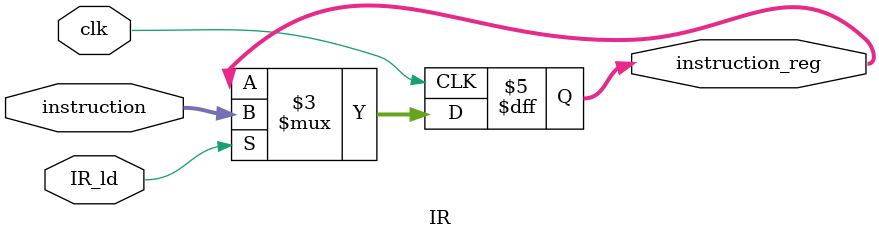
<source format=v>
`timescale 1ns / 1ps


// The Instruction Register loads each instruction into an array
// This will provide the current instruction if the IR Load is triggered
module IR (
		input clk, //rst, 
		input IR_ld,
		input [15:0] instruction,
		output reg [15:0] instruction_reg);    

		// For each clock cycle, check to see if IR load is active
		always @ (posedge clk)
		begin
			 //if (rst == 1) begin
			 //    instruction_reg <= 16'b0000_0000_0000_0000;
			// end else
			if (IR_ld == 1) 
			begin
				  instruction_reg <= instruction;
			end
		end
endmodule


</source>
